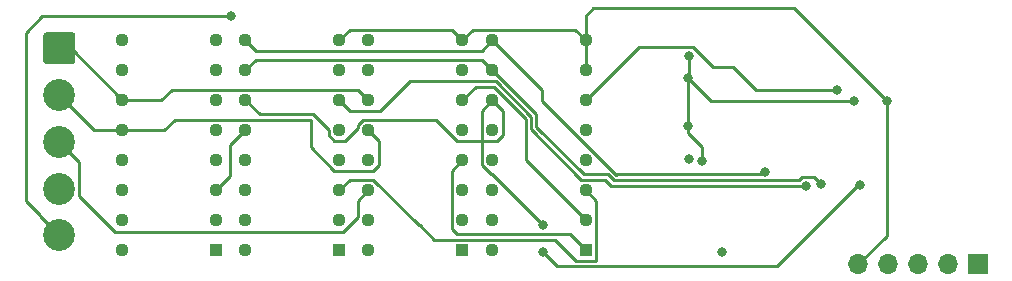
<source format=gbr>
%TF.GenerationSoftware,KiCad,Pcbnew,(5.1.9-0-10_14)*%
%TF.CreationDate,2021-01-02T16:57:57+01:00*%
%TF.ProjectId,diyscip-v2,64697973-6369-4702-9d76-322e6b696361,1.0*%
%TF.SameCoordinates,Original*%
%TF.FileFunction,Copper,L2,Bot*%
%TF.FilePolarity,Positive*%
%FSLAX46Y46*%
G04 Gerber Fmt 4.6, Leading zero omitted, Abs format (unit mm)*
G04 Created by KiCad (PCBNEW (5.1.9-0-10_14)) date 2021-01-02 16:57:57*
%MOMM*%
%LPD*%
G01*
G04 APERTURE LIST*
%TA.AperFunction,ComponentPad*%
%ADD10O,1.700000X1.700000*%
%TD*%
%TA.AperFunction,ComponentPad*%
%ADD11R,1.700000X1.700000*%
%TD*%
%TA.AperFunction,ComponentPad*%
%ADD12C,2.700000*%
%TD*%
%TA.AperFunction,ComponentPad*%
%ADD13C,1.130000*%
%TD*%
%TA.AperFunction,ComponentPad*%
%ADD14R,1.130000X1.130000*%
%TD*%
%TA.AperFunction,ViaPad*%
%ADD15C,0.800000*%
%TD*%
%TA.AperFunction,Conductor*%
%ADD16C,0.250000*%
%TD*%
G04 APERTURE END LIST*
D10*
%TO.P,J3,5*%
%TO.N,GND*%
X187198000Y-104902000D03*
%TO.P,J3,4*%
%TO.N,+3V3*%
X189738000Y-104902000D03*
%TO.P,J3,3*%
%TO.N,Net-(IC2-Pad6)*%
X192278000Y-104902000D03*
%TO.P,J3,2*%
%TO.N,Net-(J3-Pad2)*%
X194818000Y-104902000D03*
D11*
%TO.P,J3,1*%
%TO.N,Net-(J3-Pad1)*%
X197358000Y-104902000D03*
%TD*%
D12*
%TO.P,J1,5*%
%TO.N,+5V*%
X119570500Y-102454000D03*
%TO.P,J1,4*%
%TO.N,GND*%
X119570500Y-98494000D03*
%TO.P,J1,3*%
%TO.N,DATA_TTL*%
X119570500Y-94534000D03*
%TO.P,J1,2*%
%TO.N,HOLD_TTL*%
X119570500Y-90574000D03*
%TO.P,J1,1*%
%TO.N,CLK_TTL*%
%TA.AperFunction,ComponentPad*%
G36*
G01*
X118470501Y-85264000D02*
X120670499Y-85264000D01*
G75*
G02*
X120920500Y-85514001I0J-250001D01*
G01*
X120920500Y-87713999D01*
G75*
G02*
X120670499Y-87964000I-250001J0D01*
G01*
X118470501Y-87964000D01*
G75*
G02*
X118220500Y-87713999I0J250001D01*
G01*
X118220500Y-85514001D01*
G75*
G02*
X118470501Y-85264000I250001J0D01*
G01*
G37*
%TD.AperFunction*%
%TD*%
D13*
%TO.P,IC4,16*%
%TO.N,+5V*%
X124902000Y-103695500D03*
%TO.P,IC4,15*%
%TO.N,Net-(IC2-Pad13)*%
X124902000Y-101155500D03*
%TO.P,IC4,14*%
%TO.N,Net-(IC3-Pad9)*%
X124902000Y-98615500D03*
%TO.P,IC4,13*%
%TO.N,GND*%
X124902000Y-96075500D03*
%TO.P,IC4,12*%
%TO.N,HOLD_TTL*%
X124902000Y-93535500D03*
%TO.P,IC4,11*%
%TO.N,CLK_TTL*%
X124902000Y-90995500D03*
%TO.P,IC4,10*%
%TO.N,Net-(IC4-Pad10)*%
X124902000Y-88455500D03*
%TO.P,IC4,9*%
%TO.N,Net-(IC4-Pad9)*%
X124902000Y-85915500D03*
%TO.P,IC4,8*%
%TO.N,GND*%
X132842000Y-85915500D03*
%TO.P,IC4,7*%
%TO.N,Net-(IC2-Pad4)*%
X132842000Y-88455500D03*
%TO.P,IC4,6*%
%TO.N,Net-(IC2-Pad2)*%
X132842000Y-90995500D03*
%TO.P,IC4,5*%
%TO.N,Net-(IC2-Pad5)*%
X132842000Y-93535500D03*
%TO.P,IC4,4*%
%TO.N,Net-(IC2-Pad1)*%
X132842000Y-96075500D03*
%TO.P,IC4,3*%
%TO.N,Net-(IC2-Pad12)*%
X132842000Y-98615500D03*
%TO.P,IC4,2*%
%TO.N,Net-(IC2-Pad15)*%
X132842000Y-101155500D03*
D14*
%TO.P,IC4,1*%
%TO.N,Net-(IC2-Pad14)*%
X132842000Y-103695500D03*
%TD*%
D13*
%TO.P,IC3,16*%
%TO.N,+5V*%
X145732500Y-103695500D03*
%TO.P,IC3,15*%
%TO.N,Net-(IC1-Pad13)*%
X145732500Y-101155500D03*
%TO.P,IC3,14*%
%TO.N,DATA_TTL*%
X145732500Y-98615500D03*
%TO.P,IC3,13*%
%TO.N,GND*%
X145732500Y-96075500D03*
%TO.P,IC3,12*%
%TO.N,HOLD_TTL*%
X145732500Y-93535500D03*
%TO.P,IC3,11*%
%TO.N,CLK_TTL*%
X145732500Y-90995500D03*
%TO.P,IC3,10*%
%TO.N,Net-(IC3-Pad10)*%
X145732500Y-88455500D03*
%TO.P,IC3,9*%
%TO.N,Net-(IC3-Pad9)*%
X145732500Y-85915500D03*
%TO.P,IC3,8*%
%TO.N,GND*%
X153672500Y-85915500D03*
%TO.P,IC3,7*%
%TO.N,Net-(IC1-Pad4)*%
X153672500Y-88455500D03*
%TO.P,IC3,6*%
%TO.N,Net-(IC1-Pad2)*%
X153672500Y-90995500D03*
%TO.P,IC3,5*%
%TO.N,Net-(IC1-Pad5)*%
X153672500Y-93535500D03*
%TO.P,IC3,4*%
%TO.N,Net-(IC1-Pad1)*%
X153672500Y-96075500D03*
%TO.P,IC3,3*%
%TO.N,Net-(IC1-Pad12)*%
X153672500Y-98615500D03*
%TO.P,IC3,2*%
%TO.N,Net-(IC1-Pad15)*%
X153672500Y-101155500D03*
D14*
%TO.P,IC3,1*%
%TO.N,Net-(IC1-Pad14)*%
X153672500Y-103695500D03*
%TD*%
D13*
%TO.P,IC2,16*%
%TO.N,+5V*%
X135318500Y-103695500D03*
%TO.P,IC2,15*%
%TO.N,Net-(IC2-Pad15)*%
X135318500Y-101155500D03*
%TO.P,IC2,14*%
%TO.N,Net-(IC2-Pad14)*%
X135318500Y-98615500D03*
%TO.P,IC2,13*%
%TO.N,Net-(IC2-Pad13)*%
X135318500Y-96075500D03*
%TO.P,IC2,12*%
%TO.N,Net-(IC2-Pad12)*%
X135318500Y-93535500D03*
%TO.P,IC2,11*%
%TO.N,Net-(IC1-Pad11)*%
X135318500Y-90995500D03*
%TO.P,IC2,10*%
%TO.N,Net-(IC1-Pad10)*%
X135318500Y-88455500D03*
%TO.P,IC2,9*%
%TO.N,Net-(IC1-Pad9)*%
X135318500Y-85915500D03*
%TO.P,IC2,8*%
%TO.N,GND*%
X143258500Y-85915500D03*
%TO.P,IC2,7*%
X143258500Y-88455500D03*
%TO.P,IC2,6*%
%TO.N,Net-(IC2-Pad6)*%
X143258500Y-90995500D03*
%TO.P,IC2,5*%
%TO.N,Net-(IC2-Pad5)*%
X143258500Y-93535500D03*
%TO.P,IC2,4*%
%TO.N,Net-(IC2-Pad4)*%
X143258500Y-96075500D03*
%TO.P,IC2,3*%
%TO.N,Net-(IC1-Pad3)*%
X143258500Y-98615500D03*
%TO.P,IC2,2*%
%TO.N,Net-(IC2-Pad2)*%
X143258500Y-101155500D03*
D14*
%TO.P,IC2,1*%
%TO.N,Net-(IC2-Pad1)*%
X143258500Y-103695500D03*
%TD*%
D13*
%TO.P,IC1,16*%
%TO.N,+5V*%
X156210000Y-103695500D03*
%TO.P,IC1,15*%
%TO.N,Net-(IC1-Pad15)*%
X156210000Y-101155500D03*
%TO.P,IC1,14*%
%TO.N,Net-(IC1-Pad14)*%
X156210000Y-98615500D03*
%TO.P,IC1,13*%
%TO.N,Net-(IC1-Pad13)*%
X156210000Y-96075500D03*
%TO.P,IC1,12*%
%TO.N,Net-(IC1-Pad12)*%
X156210000Y-93535500D03*
%TO.P,IC1,11*%
%TO.N,Net-(IC1-Pad11)*%
X156210000Y-90995500D03*
%TO.P,IC1,10*%
%TO.N,Net-(IC1-Pad10)*%
X156210000Y-88455500D03*
%TO.P,IC1,9*%
%TO.N,Net-(IC1-Pad9)*%
X156210000Y-85915500D03*
%TO.P,IC1,8*%
%TO.N,GND*%
X164150000Y-85915500D03*
%TO.P,IC1,7*%
X164150000Y-88455500D03*
%TO.P,IC1,6*%
%TO.N,Net-(IC1-Pad6)*%
X164150000Y-90995500D03*
%TO.P,IC1,5*%
%TO.N,Net-(IC1-Pad5)*%
X164150000Y-93535500D03*
%TO.P,IC1,4*%
%TO.N,Net-(IC1-Pad4)*%
X164150000Y-96075500D03*
%TO.P,IC1,3*%
%TO.N,Net-(IC1-Pad3)*%
X164150000Y-98615500D03*
%TO.P,IC1,2*%
%TO.N,Net-(IC1-Pad2)*%
X164150000Y-101155500D03*
D14*
%TO.P,IC1,1*%
%TO.N,Net-(IC1-Pad1)*%
X164150000Y-103695500D03*
%TD*%
D15*
%TO.N,GND*%
X172847000Y-96012000D03*
X189611000Y-91059000D03*
X175704500Y-103822500D03*
%TO.N,+5V*%
X134112000Y-83883500D03*
%TO.N,+3V3*%
X172784000Y-93154000D03*
X172784000Y-89091000D03*
X172847000Y-87249000D03*
X174007085Y-96176770D03*
X186817000Y-91059000D03*
%TO.N,Net-(IC1-Pad11)*%
X160528000Y-101600000D03*
X160528000Y-103822500D03*
X187325000Y-98171000D03*
%TO.N,Net-(IC1-Pad10)*%
X184023000Y-98107500D03*
%TO.N,Net-(IC1-Pad9)*%
X179324000Y-97059490D03*
%TO.N,Net-(IC1-Pad6)*%
X185420000Y-90170000D03*
%TO.N,Net-(IC2-Pad6)*%
X182816500Y-98234500D03*
%TD*%
D16*
%TO.N,GND*%
X144148501Y-85025499D02*
X152782499Y-85025499D01*
X152782499Y-85025499D02*
X153672500Y-85915500D01*
X143258500Y-85915500D02*
X144148501Y-85025499D01*
X163259999Y-85025499D02*
X164150000Y-85915500D01*
X154562501Y-85025499D02*
X163259999Y-85025499D01*
X153672500Y-85915500D02*
X154562501Y-85025499D01*
X189611000Y-91059000D02*
X181794510Y-83242510D01*
X181794510Y-83242510D02*
X164788490Y-83242510D01*
X164150000Y-83881000D02*
X164788490Y-83242510D01*
X164150000Y-85915500D02*
X164150000Y-83881000D01*
X164150000Y-85915500D02*
X164150000Y-88455500D01*
X189611000Y-102489000D02*
X189611000Y-91059000D01*
X187198000Y-104902000D02*
X189611000Y-102489000D01*
%TO.N,+5V*%
X118110000Y-83883500D02*
X134112000Y-83883500D01*
X117895490Y-100778990D02*
X119570500Y-102454000D01*
X117895490Y-100778990D02*
X117895490Y-100750490D01*
X117895490Y-100750490D02*
X116713000Y-99568000D01*
X116713000Y-99568000D02*
X116713000Y-85280500D01*
X116713000Y-85280500D02*
X118110000Y-83883500D01*
%TO.N,+3V3*%
X172784000Y-93154000D02*
X172784000Y-89091000D01*
X172847000Y-89028000D02*
X172784000Y-89091000D01*
X172847000Y-87249000D02*
X172847000Y-89028000D01*
X172784000Y-93154000D02*
X172784000Y-93790000D01*
X172784000Y-93790000D02*
X173990000Y-94996000D01*
X173990000Y-96159685D02*
X174007085Y-96176770D01*
X173990000Y-94996000D02*
X173990000Y-96159685D01*
X174752000Y-91059000D02*
X186817000Y-91059000D01*
X172784000Y-89091000D02*
X174752000Y-91059000D01*
%TO.N,Net-(IC1-Pad11)*%
X135318500Y-90995500D02*
X136518489Y-92195489D01*
X144842499Y-93346001D02*
X144842499Y-93108299D01*
X143762999Y-94425501D02*
X144842499Y-93346001D01*
X142831299Y-94425501D02*
X143762999Y-94425501D01*
X142368499Y-93962701D02*
X142831299Y-94425501D01*
X142368499Y-93535589D02*
X142368499Y-93962701D01*
X141028399Y-92195489D02*
X142368499Y-93535589D01*
X136518489Y-92195489D02*
X141028399Y-92195489D01*
X153245299Y-94425501D02*
X156637201Y-94425501D01*
X156637201Y-94425501D02*
X157100001Y-93962701D01*
X151465297Y-92645499D02*
X153245299Y-94425501D01*
X145305299Y-92645499D02*
X151465297Y-92645499D01*
X144842499Y-93108299D02*
X145305299Y-92645499D01*
X157100001Y-91885501D02*
X156210000Y-90995500D01*
X157100001Y-93962701D02*
X157100001Y-91885501D01*
X156210000Y-97282000D02*
X160528000Y-101600000D01*
X156099298Y-97282000D02*
X156210000Y-97282000D01*
X155319999Y-96502701D02*
X156099298Y-97282000D01*
X155319999Y-91885501D02*
X155319999Y-96502701D01*
X156210000Y-90995500D02*
X155319999Y-91885501D01*
X161741011Y-105035511D02*
X180333489Y-105035511D01*
X160528000Y-103822500D02*
X161741011Y-105035511D01*
X187198000Y-98171000D02*
X187325000Y-98171000D01*
X180333489Y-105035511D02*
X187198000Y-98171000D01*
%TO.N,Net-(IC1-Pad10)*%
X155319999Y-87565499D02*
X156210000Y-88455500D01*
X136208501Y-87565499D02*
X155319999Y-87565499D01*
X135318500Y-88455500D02*
X136208501Y-87565499D01*
X159962010Y-92207510D02*
X159962010Y-93285600D01*
X156210000Y-88455500D02*
X159962010Y-92207510D01*
X165983899Y-97275489D02*
X166492900Y-97784490D01*
X163951900Y-97275490D02*
X165983899Y-97275489D01*
X159962010Y-93285600D02*
X163951900Y-97275490D01*
X166492900Y-97784490D02*
X182193508Y-97784490D01*
X182468499Y-97509499D02*
X183424999Y-97509499D01*
X182193508Y-97784490D02*
X182468499Y-97509499D01*
X183424999Y-97509499D02*
X184023000Y-98107500D01*
%TO.N,Net-(IC1-Pad9)*%
X155319999Y-86805501D02*
X156210000Y-85915500D01*
X136208501Y-86805501D02*
X155319999Y-86805501D01*
X135318500Y-85915500D02*
X136208501Y-86805501D01*
X160412019Y-91067199D02*
X166679300Y-97334480D01*
X160412019Y-90117519D02*
X160412019Y-91067199D01*
X156210000Y-85915500D02*
X160412019Y-90117519D01*
X166679300Y-97334480D02*
X166795280Y-97218500D01*
X179164990Y-97218500D02*
X179324000Y-97059490D01*
X166795280Y-97218500D02*
X179164990Y-97218500D01*
%TO.N,Net-(IC1-Pad6)*%
X168621501Y-86523999D02*
X173195001Y-86523999D01*
X164150000Y-90995500D02*
X168621501Y-86523999D01*
X176628499Y-88236499D02*
X178562000Y-90170000D01*
X174907501Y-88236499D02*
X176628499Y-88236499D01*
X173195001Y-86523999D02*
X174907501Y-88236499D01*
X178562000Y-90170000D02*
X185420000Y-90170000D01*
%TO.N,Net-(IC1-Pad3)*%
X144148501Y-97725499D02*
X146159701Y-97725499D01*
X146159701Y-97725499D02*
X150050500Y-101616298D01*
X143258500Y-98615500D02*
X144148501Y-97725499D01*
X150050500Y-101616298D02*
X150066798Y-101616298D01*
X165040001Y-99505501D02*
X164150000Y-98615500D01*
X165040001Y-104520501D02*
X165040001Y-99505501D01*
X163324999Y-104585501D02*
X164975001Y-104585501D01*
X161544997Y-102805499D02*
X163324999Y-104585501D01*
X164975001Y-104585501D02*
X165040001Y-104520501D01*
X151255999Y-102805499D02*
X161544997Y-102805499D01*
X150066798Y-101616298D02*
X151255999Y-102805499D01*
%TO.N,Net-(IC1-Pad2)*%
X159061992Y-96067492D02*
X164150000Y-101155500D01*
X159061992Y-92580312D02*
X159061992Y-96067492D01*
X156339690Y-89858010D02*
X159061992Y-92580312D01*
X154809990Y-89858010D02*
X156339690Y-89858010D01*
X153672500Y-90995500D02*
X154809990Y-89858010D01*
%TO.N,Net-(IC1-Pad1)*%
X153218989Y-102355489D02*
X162809989Y-102355489D01*
X152782499Y-101918999D02*
X153218989Y-102355489D01*
X152782499Y-96965501D02*
X152782499Y-101918999D01*
X162809989Y-102355489D02*
X164150000Y-103695500D01*
X153672500Y-96075500D02*
X152782499Y-96965501D01*
%TO.N,Net-(IC2-Pad12)*%
X135318500Y-93535500D02*
X134048500Y-94805500D01*
X134048500Y-97409000D02*
X132842000Y-98615500D01*
X134048500Y-94805500D02*
X134048500Y-97409000D01*
%TO.N,Net-(IC2-Pad6)*%
X143258500Y-90995500D02*
X144148501Y-91885501D01*
X163765499Y-97725499D02*
X165797499Y-97725499D01*
X166306500Y-98234500D02*
X174307500Y-98234500D01*
X174307500Y-98234500D02*
X182816500Y-98234500D01*
X165797499Y-97725499D02*
X166306500Y-98234500D01*
X173996498Y-98234500D02*
X174307500Y-98234500D01*
X144148501Y-91885501D02*
X146747499Y-91885501D01*
X149287499Y-89345501D02*
X154099701Y-89345501D01*
X146747499Y-91885501D02*
X149287499Y-89345501D01*
X154162200Y-89408000D02*
X156526090Y-89408000D01*
X154099701Y-89345501D02*
X154162200Y-89408000D01*
X159512001Y-93472001D02*
X163765501Y-97725499D01*
X159512000Y-92393910D02*
X159512001Y-93472001D01*
X156526090Y-89408000D02*
X159512000Y-92393910D01*
X163765501Y-97725499D02*
X164592001Y-97725498D01*
%TO.N,DATA_TTL*%
X121245501Y-99147501D02*
X124269500Y-102171500D01*
X121245501Y-96209001D02*
X121245501Y-99147501D01*
X119570500Y-94534000D02*
X121245501Y-96209001D01*
X143559702Y-102171500D02*
X144842499Y-100888703D01*
X144842499Y-99505501D02*
X145732500Y-98615500D01*
X144842499Y-100888703D02*
X144842499Y-99505501D01*
X124269500Y-102171500D02*
X143559702Y-102171500D01*
%TO.N,HOLD_TTL*%
X124902000Y-93535500D02*
X128460500Y-93535500D01*
X128460500Y-93535500D02*
X129350501Y-92645499D01*
X122532000Y-93535500D02*
X119570500Y-90574000D01*
X124902000Y-93535500D02*
X122532000Y-93535500D01*
X129350501Y-92645499D02*
X140841999Y-92645499D01*
X146622501Y-94425501D02*
X145732500Y-93535500D01*
X146622501Y-96502701D02*
X146622501Y-94425501D01*
X146159701Y-96965501D02*
X146622501Y-96502701D01*
X142831299Y-96965501D02*
X146159701Y-96965501D01*
X140841999Y-94976201D02*
X142831299Y-96965501D01*
X140841999Y-92645499D02*
X140841999Y-94976201D01*
%TO.N,CLK_TTL*%
X120520500Y-86614000D02*
X124902000Y-90995500D01*
X119570500Y-86614000D02*
X120520500Y-86614000D01*
X144843500Y-90106500D02*
X145732500Y-90995500D01*
X143685701Y-90105499D02*
X143686702Y-90106500D01*
X124902000Y-90995500D02*
X128206500Y-90995500D01*
X143686702Y-90106500D02*
X144843500Y-90106500D01*
X129096501Y-90105499D02*
X143685701Y-90105499D01*
X128206500Y-90995500D02*
X129096501Y-90105499D01*
%TD*%
M02*

</source>
